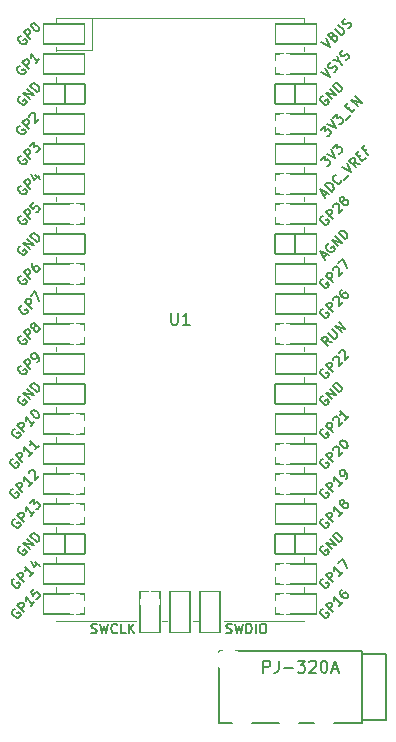
<source format=gbr>
%TF.GenerationSoftware,KiCad,Pcbnew,6.0.6*%
%TF.CreationDate,2022-07-16T22:08:53-05:00*%
%TF.ProjectId,junk,6a756e6b-2e6b-4696-9361-645f70636258,v1.0.0*%
%TF.SameCoordinates,Original*%
%TF.FileFunction,Legend,Top*%
%TF.FilePolarity,Positive*%
%FSLAX46Y46*%
G04 Gerber Fmt 4.6, Leading zero omitted, Abs format (unit mm)*
G04 Created by KiCad (PCBNEW 6.0.6) date 2022-07-16 22:08:53*
%MOMM*%
%LPD*%
G01*
G04 APERTURE LIST*
G04 Aperture macros list*
%AMRoundRect*
0 Rectangle with rounded corners*
0 $1 Rounding radius*
0 $2 $3 $4 $5 $6 $7 $8 $9 X,Y pos of 4 corners*
0 Add a 4 corners polygon primitive as box body*
4,1,4,$2,$3,$4,$5,$6,$7,$8,$9,$2,$3,0*
0 Add four circle primitives for the rounded corners*
1,1,$1+$1,$2,$3*
1,1,$1+$1,$4,$5*
1,1,$1+$1,$6,$7*
1,1,$1+$1,$8,$9*
0 Add four rect primitives between the rounded corners*
20,1,$1+$1,$2,$3,$4,$5,0*
20,1,$1+$1,$4,$5,$6,$7,0*
20,1,$1+$1,$6,$7,$8,$9,0*
20,1,$1+$1,$8,$9,$2,$3,0*%
G04 Aperture macros list end*
%ADD10C,0.150000*%
%ADD11C,0.120000*%
%ADD12C,3.500000*%
%ADD13C,1.800000*%
%ADD14C,2.100000*%
%ADD15O,1.900000X1.900000*%
%ADD16O,1.600000X1.600000*%
%ADD17O,1.800000X1.800000*%
%ADD18RoundRect,0.050000X-1.750000X-0.850000X1.750000X-0.850000X1.750000X0.850000X-1.750000X0.850000X0*%
%ADD19RoundRect,0.050000X-0.850000X-0.850000X0.850000X-0.850000X0.850000X0.850000X-0.850000X0.850000X0*%
%ADD20RoundRect,0.050000X0.850000X-1.750000X0.850000X1.750000X-0.850000X1.750000X-0.850000X-1.750000X0*%
%ADD21C,1.600000*%
%ADD22O,2.300000X1.700000*%
G04 APERTURE END LIST*
D10*
%TO.C,U1*%
X273278095Y-156252380D02*
X273278095Y-157061904D01*
X273325714Y-157157142D01*
X273373333Y-157204761D01*
X273468571Y-157252380D01*
X273659047Y-157252380D01*
X273754285Y-157204761D01*
X273801904Y-157157142D01*
X273849523Y-157061904D01*
X273849523Y-156252380D01*
X274849523Y-157252380D02*
X274278095Y-157252380D01*
X274563809Y-157252380D02*
X274563809Y-156252380D01*
X274468571Y-156395238D01*
X274373333Y-156490476D01*
X274278095Y-156538095D01*
X259883722Y-168620592D02*
X259802910Y-168647529D01*
X259722097Y-168728341D01*
X259668223Y-168836091D01*
X259668223Y-168943841D01*
X259695160Y-169024653D01*
X259775972Y-169159340D01*
X259856784Y-169240152D01*
X259991471Y-169320964D01*
X260072284Y-169347902D01*
X260180033Y-169347902D01*
X260287783Y-169294027D01*
X260341658Y-169240152D01*
X260395532Y-169132402D01*
X260395532Y-169078528D01*
X260206971Y-168889966D01*
X260099221Y-168997715D01*
X260691844Y-168889966D02*
X260126158Y-168324280D01*
X260341658Y-168108781D01*
X260422470Y-168081844D01*
X260476345Y-168081844D01*
X260557157Y-168108781D01*
X260637969Y-168189593D01*
X260664906Y-168270406D01*
X260664906Y-168324280D01*
X260637969Y-168405093D01*
X260422470Y-168620592D01*
X261553841Y-168027969D02*
X261230592Y-168351218D01*
X261392216Y-168189593D02*
X260826531Y-167623908D01*
X260853468Y-167758595D01*
X260853468Y-167866345D01*
X260826531Y-167947157D01*
X262092589Y-167489221D02*
X261769340Y-167812470D01*
X261930964Y-167650845D02*
X261365279Y-167085160D01*
X261392216Y-167219847D01*
X261392216Y-167327597D01*
X261365279Y-167408409D01*
X286191597Y-151540964D02*
X286460971Y-151271590D01*
X286299346Y-151756463D02*
X285922223Y-151002216D01*
X286676470Y-151379340D01*
X286622595Y-150355719D02*
X286541783Y-150382656D01*
X286460971Y-150463468D01*
X286407096Y-150571218D01*
X286407096Y-150678967D01*
X286434033Y-150759780D01*
X286514845Y-150894467D01*
X286595658Y-150975279D01*
X286730345Y-151056091D01*
X286811157Y-151083028D01*
X286918906Y-151083028D01*
X287026656Y-151029154D01*
X287080531Y-150975279D01*
X287134406Y-150867529D01*
X287134406Y-150813654D01*
X286945844Y-150625093D01*
X286838094Y-150732842D01*
X287430717Y-150625093D02*
X286865032Y-150059407D01*
X287753966Y-150301844D01*
X287188280Y-149736158D01*
X288023340Y-150032470D02*
X287457654Y-149466784D01*
X287592341Y-149332097D01*
X287700091Y-149278223D01*
X287807841Y-149278223D01*
X287888653Y-149305160D01*
X288023340Y-149385972D01*
X288104152Y-149466784D01*
X288184964Y-149601471D01*
X288211902Y-149682284D01*
X288211902Y-149790033D01*
X288158027Y-149897783D01*
X288023340Y-150032470D01*
X286126158Y-175998155D02*
X286045346Y-176025093D01*
X285964534Y-176105905D01*
X285910659Y-176213654D01*
X285910659Y-176321404D01*
X285937597Y-176402216D01*
X286018409Y-176536903D01*
X286099221Y-176617715D01*
X286233908Y-176698528D01*
X286314720Y-176725465D01*
X286422470Y-176725465D01*
X286530219Y-176671590D01*
X286584094Y-176617715D01*
X286637969Y-176509966D01*
X286637969Y-176456091D01*
X286449407Y-176267529D01*
X286341658Y-176375279D01*
X286934280Y-176267529D02*
X286368595Y-175701844D01*
X287257529Y-175944280D01*
X286691844Y-175378595D01*
X287526903Y-175674906D02*
X286961218Y-175109221D01*
X287095905Y-174974534D01*
X287203654Y-174920659D01*
X287311404Y-174920659D01*
X287392216Y-174947597D01*
X287526903Y-175028409D01*
X287607715Y-175109221D01*
X287688528Y-175243908D01*
X287715465Y-175324720D01*
X287715465Y-175432470D01*
X287661590Y-175540219D01*
X287526903Y-175674906D01*
X285993129Y-133327309D02*
X286747377Y-133704433D01*
X286370253Y-132950186D01*
X287016751Y-132842436D02*
X287124500Y-132788561D01*
X287178375Y-132788561D01*
X287259187Y-132815499D01*
X287340000Y-132896311D01*
X287366937Y-132977123D01*
X287366937Y-133030998D01*
X287340000Y-133111810D01*
X287124500Y-133327309D01*
X286558815Y-132761624D01*
X286747377Y-132573062D01*
X286828189Y-132546125D01*
X286882064Y-132546125D01*
X286962876Y-132573062D01*
X287016751Y-132626937D01*
X287043688Y-132707749D01*
X287043688Y-132761624D01*
X287016751Y-132842436D01*
X286828189Y-133030998D01*
X287124500Y-132195938D02*
X287582436Y-132653874D01*
X287663248Y-132680812D01*
X287717123Y-132680812D01*
X287797935Y-132653874D01*
X287905685Y-132546125D01*
X287932622Y-132465312D01*
X287932622Y-132411438D01*
X287905685Y-132330625D01*
X287447749Y-131872690D01*
X288228934Y-132169001D02*
X288336683Y-132115126D01*
X288471370Y-131980439D01*
X288498308Y-131899627D01*
X288498308Y-131845752D01*
X288471370Y-131764940D01*
X288417496Y-131711065D01*
X288336683Y-131684128D01*
X288282809Y-131684128D01*
X288201996Y-131711065D01*
X288067309Y-131791877D01*
X287986497Y-131818815D01*
X287932622Y-131818815D01*
X287851810Y-131791877D01*
X287797935Y-131738003D01*
X287770998Y-131657190D01*
X287770998Y-131603316D01*
X287797935Y-131522503D01*
X287932622Y-131387816D01*
X288040372Y-131333942D01*
X286126158Y-137898155D02*
X286045346Y-137925093D01*
X285964534Y-138005905D01*
X285910659Y-138113654D01*
X285910659Y-138221404D01*
X285937597Y-138302216D01*
X286018409Y-138436903D01*
X286099221Y-138517715D01*
X286233908Y-138598528D01*
X286314720Y-138625465D01*
X286422470Y-138625465D01*
X286530219Y-138571590D01*
X286584094Y-138517715D01*
X286637969Y-138409966D01*
X286637969Y-138356091D01*
X286449407Y-138167529D01*
X286341658Y-138275279D01*
X286934280Y-138167529D02*
X286368595Y-137601844D01*
X287257529Y-137844280D01*
X286691844Y-137278595D01*
X287526903Y-137574906D02*
X286961218Y-137009221D01*
X287095905Y-136874534D01*
X287203654Y-136820659D01*
X287311404Y-136820659D01*
X287392216Y-136847597D01*
X287526903Y-136928409D01*
X287607715Y-137009221D01*
X287688528Y-137143908D01*
X287715465Y-137224720D01*
X287715465Y-137332470D01*
X287661590Y-137440219D01*
X287526903Y-137574906D01*
X260029722Y-173700592D02*
X259948910Y-173727529D01*
X259868097Y-173808341D01*
X259814223Y-173916091D01*
X259814223Y-174023841D01*
X259841160Y-174104653D01*
X259921972Y-174239340D01*
X260002784Y-174320152D01*
X260137471Y-174400964D01*
X260218284Y-174427902D01*
X260326033Y-174427902D01*
X260433783Y-174374027D01*
X260487658Y-174320152D01*
X260541532Y-174212402D01*
X260541532Y-174158528D01*
X260352971Y-173969966D01*
X260245221Y-174077715D01*
X260837844Y-173969966D02*
X260272158Y-173404280D01*
X260487658Y-173188781D01*
X260568470Y-173161844D01*
X260622345Y-173161844D01*
X260703157Y-173188781D01*
X260783969Y-173269593D01*
X260810906Y-173350406D01*
X260810906Y-173404280D01*
X260783969Y-173485093D01*
X260568470Y-173700592D01*
X261699841Y-173107969D02*
X261376592Y-173431218D01*
X261538216Y-173269593D02*
X260972531Y-172703908D01*
X260999468Y-172838595D01*
X260999468Y-172946345D01*
X260972531Y-173027157D01*
X261322717Y-172353722D02*
X261672903Y-172003536D01*
X261699841Y-172407597D01*
X261780653Y-172326784D01*
X261861465Y-172299847D01*
X261915340Y-172299847D01*
X261996152Y-172326784D01*
X262130839Y-172461471D01*
X262157776Y-172542284D01*
X262157776Y-172596158D01*
X262130839Y-172676971D01*
X261969215Y-172838595D01*
X261888402Y-172865532D01*
X261834528Y-172865532D01*
X286194788Y-146333773D02*
X286464162Y-146064399D01*
X286302537Y-146549272D02*
X285925414Y-145795025D01*
X286679661Y-146172149D01*
X286868223Y-145983587D02*
X286302537Y-145417902D01*
X286437224Y-145283215D01*
X286544974Y-145229340D01*
X286652723Y-145229340D01*
X286733536Y-145256277D01*
X286868223Y-145337089D01*
X286949035Y-145417902D01*
X287029847Y-145552589D01*
X287056784Y-145633401D01*
X287056784Y-145741150D01*
X287002910Y-145848900D01*
X286868223Y-145983587D01*
X287703282Y-145040778D02*
X287703282Y-145094653D01*
X287649407Y-145202402D01*
X287595532Y-145256277D01*
X287487783Y-145310152D01*
X287380033Y-145310152D01*
X287299221Y-145283215D01*
X287164534Y-145202402D01*
X287083722Y-145121590D01*
X287002910Y-144986903D01*
X286975972Y-144906091D01*
X286975972Y-144798341D01*
X287029847Y-144690592D01*
X287083722Y-144636717D01*
X287191471Y-144582842D01*
X287245346Y-144582842D01*
X287918781Y-145040778D02*
X288349780Y-144609780D01*
X287784094Y-143936345D02*
X288538341Y-144313468D01*
X288161218Y-143559221D01*
X289238714Y-143613096D02*
X288780778Y-143532284D01*
X288915465Y-143936345D02*
X288349780Y-143370659D01*
X288565279Y-143155160D01*
X288646091Y-143128223D01*
X288699966Y-143128223D01*
X288780778Y-143155160D01*
X288861590Y-143235972D01*
X288888528Y-143316784D01*
X288888528Y-143370659D01*
X288861590Y-143451471D01*
X288646091Y-143666971D01*
X289184839Y-143074348D02*
X289373401Y-142885786D01*
X289750524Y-143101285D02*
X289481150Y-143370659D01*
X288915465Y-142804974D01*
X289184839Y-142535600D01*
X289885211Y-142373975D02*
X289696650Y-142562537D01*
X289992961Y-142858849D02*
X289427276Y-142293163D01*
X289696650Y-142023789D01*
X260553096Y-145491218D02*
X260472284Y-145518155D01*
X260391471Y-145598967D01*
X260337597Y-145706717D01*
X260337597Y-145814467D01*
X260364534Y-145895279D01*
X260445346Y-146029966D01*
X260526158Y-146110778D01*
X260660845Y-146191590D01*
X260741658Y-146218528D01*
X260849407Y-146218528D01*
X260957157Y-146164653D01*
X261011032Y-146110778D01*
X261064906Y-146003028D01*
X261064906Y-145949154D01*
X260876345Y-145760592D01*
X260768595Y-145868341D01*
X261361218Y-145760592D02*
X260795532Y-145194906D01*
X261011032Y-144979407D01*
X261091844Y-144952470D01*
X261145719Y-144952470D01*
X261226531Y-144979407D01*
X261307343Y-145060219D01*
X261334280Y-145141032D01*
X261334280Y-145194906D01*
X261307343Y-145275719D01*
X261091844Y-145491218D01*
X261792216Y-144575346D02*
X262169340Y-144952470D01*
X261442030Y-144494534D02*
X261711404Y-145033282D01*
X262061590Y-144683096D01*
X260653096Y-155621218D02*
X260572284Y-155648155D01*
X260491471Y-155728967D01*
X260437597Y-155836717D01*
X260437597Y-155944467D01*
X260464534Y-156025279D01*
X260545346Y-156159966D01*
X260626158Y-156240778D01*
X260760845Y-156321590D01*
X260841658Y-156348528D01*
X260949407Y-156348528D01*
X261057157Y-156294653D01*
X261111032Y-156240778D01*
X261164906Y-156133028D01*
X261164906Y-156079154D01*
X260976345Y-155890592D01*
X260868595Y-155998341D01*
X261461218Y-155890592D02*
X260895532Y-155324906D01*
X261111032Y-155109407D01*
X261191844Y-155082470D01*
X261245719Y-155082470D01*
X261326531Y-155109407D01*
X261407343Y-155190219D01*
X261434280Y-155271032D01*
X261434280Y-155324906D01*
X261407343Y-155405719D01*
X261191844Y-155621218D01*
X261407343Y-154813096D02*
X261784467Y-154435972D01*
X262107715Y-155244094D01*
X260029722Y-181320592D02*
X259948910Y-181347529D01*
X259868097Y-181428341D01*
X259814223Y-181536091D01*
X259814223Y-181643841D01*
X259841160Y-181724653D01*
X259921972Y-181859340D01*
X260002784Y-181940152D01*
X260137471Y-182020964D01*
X260218284Y-182047902D01*
X260326033Y-182047902D01*
X260433783Y-181994027D01*
X260487658Y-181940152D01*
X260541532Y-181832402D01*
X260541532Y-181778528D01*
X260352971Y-181589966D01*
X260245221Y-181697715D01*
X260837844Y-181589966D02*
X260272158Y-181024280D01*
X260487658Y-180808781D01*
X260568470Y-180781844D01*
X260622345Y-180781844D01*
X260703157Y-180808781D01*
X260783969Y-180889593D01*
X260810906Y-180970406D01*
X260810906Y-181024280D01*
X260783969Y-181105093D01*
X260568470Y-181320592D01*
X261699841Y-180727969D02*
X261376592Y-181051218D01*
X261538216Y-180889593D02*
X260972531Y-180323908D01*
X260999468Y-180458595D01*
X260999468Y-180566345D01*
X260972531Y-180647157D01*
X261645966Y-179650473D02*
X261376592Y-179919847D01*
X261619028Y-180216158D01*
X261619028Y-180162284D01*
X261645966Y-180081471D01*
X261780653Y-179946784D01*
X261861465Y-179919847D01*
X261915340Y-179919847D01*
X261996152Y-179946784D01*
X262130839Y-180081471D01*
X262157776Y-180162284D01*
X262157776Y-180216158D01*
X262130839Y-180296971D01*
X261996152Y-180431658D01*
X261915340Y-180458595D01*
X261861465Y-180458595D01*
X286137722Y-178780592D02*
X286056910Y-178807529D01*
X285976097Y-178888341D01*
X285922223Y-178996091D01*
X285922223Y-179103841D01*
X285949160Y-179184653D01*
X286029972Y-179319340D01*
X286110784Y-179400152D01*
X286245471Y-179480964D01*
X286326284Y-179507902D01*
X286434033Y-179507902D01*
X286541783Y-179454027D01*
X286595658Y-179400152D01*
X286649532Y-179292402D01*
X286649532Y-179238528D01*
X286460971Y-179049966D01*
X286353221Y-179157715D01*
X286945844Y-179049966D02*
X286380158Y-178484280D01*
X286595658Y-178268781D01*
X286676470Y-178241844D01*
X286730345Y-178241844D01*
X286811157Y-178268781D01*
X286891969Y-178349593D01*
X286918906Y-178430406D01*
X286918906Y-178484280D01*
X286891969Y-178565093D01*
X286676470Y-178780592D01*
X287807841Y-178187969D02*
X287484592Y-178511218D01*
X287646216Y-178349593D02*
X287080531Y-177783908D01*
X287107468Y-177918595D01*
X287107468Y-178026345D01*
X287080531Y-178107157D01*
X287430717Y-177433722D02*
X287807841Y-177056598D01*
X288131089Y-177864720D01*
X286137722Y-155920592D02*
X286056910Y-155947529D01*
X285976097Y-156028341D01*
X285922223Y-156136091D01*
X285922223Y-156243841D01*
X285949160Y-156324653D01*
X286029972Y-156459340D01*
X286110784Y-156540152D01*
X286245471Y-156620964D01*
X286326284Y-156647902D01*
X286434033Y-156647902D01*
X286541783Y-156594027D01*
X286595658Y-156540152D01*
X286649532Y-156432402D01*
X286649532Y-156378528D01*
X286460971Y-156189966D01*
X286353221Y-156297715D01*
X286945844Y-156189966D02*
X286380158Y-155624280D01*
X286595658Y-155408781D01*
X286676470Y-155381844D01*
X286730345Y-155381844D01*
X286811157Y-155408781D01*
X286891969Y-155489593D01*
X286918906Y-155570406D01*
X286918906Y-155624280D01*
X286891969Y-155705093D01*
X286676470Y-155920592D01*
X286972781Y-155139407D02*
X286972781Y-155085532D01*
X286999719Y-155004720D01*
X287134406Y-154870033D01*
X287215218Y-154843096D01*
X287269093Y-154843096D01*
X287349905Y-154870033D01*
X287403780Y-154923908D01*
X287457654Y-155031658D01*
X287457654Y-155678155D01*
X287807841Y-155327969D01*
X287727028Y-154277410D02*
X287619279Y-154385160D01*
X287592341Y-154465972D01*
X287592341Y-154519847D01*
X287619279Y-154654534D01*
X287700091Y-154789221D01*
X287915590Y-155004720D01*
X287996402Y-155031658D01*
X288050277Y-155031658D01*
X288131089Y-155004720D01*
X288238839Y-154896971D01*
X288265776Y-154816158D01*
X288265776Y-154762284D01*
X288238839Y-154681471D01*
X288104152Y-154546784D01*
X288023340Y-154519847D01*
X287969465Y-154519847D01*
X287888653Y-154546784D01*
X287780903Y-154654534D01*
X287753966Y-154735346D01*
X287753966Y-154789221D01*
X287780903Y-154870033D01*
X266530476Y-183323809D02*
X266644761Y-183361904D01*
X266835238Y-183361904D01*
X266911428Y-183323809D01*
X266949523Y-183285714D01*
X266987619Y-183209523D01*
X266987619Y-183133333D01*
X266949523Y-183057142D01*
X266911428Y-183019047D01*
X266835238Y-182980952D01*
X266682857Y-182942857D01*
X266606666Y-182904761D01*
X266568571Y-182866666D01*
X266530476Y-182790476D01*
X266530476Y-182714285D01*
X266568571Y-182638095D01*
X266606666Y-182600000D01*
X266682857Y-182561904D01*
X266873333Y-182561904D01*
X266987619Y-182600000D01*
X267254285Y-182561904D02*
X267444761Y-183361904D01*
X267597142Y-182790476D01*
X267749523Y-183361904D01*
X267940000Y-182561904D01*
X268701904Y-183285714D02*
X268663809Y-183323809D01*
X268549523Y-183361904D01*
X268473333Y-183361904D01*
X268359047Y-183323809D01*
X268282857Y-183247619D01*
X268244761Y-183171428D01*
X268206666Y-183019047D01*
X268206666Y-182904761D01*
X268244761Y-182752380D01*
X268282857Y-182676190D01*
X268359047Y-182600000D01*
X268473333Y-182561904D01*
X268549523Y-182561904D01*
X268663809Y-182600000D01*
X268701904Y-182638095D01*
X269425714Y-183361904D02*
X269044761Y-183361904D01*
X269044761Y-182561904D01*
X269692380Y-183361904D02*
X269692380Y-182561904D01*
X270149523Y-183361904D02*
X269806666Y-182904761D01*
X270149523Y-182561904D02*
X269692380Y-183019047D01*
X285962131Y-140758308D02*
X286312317Y-140408122D01*
X286339255Y-140812183D01*
X286420067Y-140731370D01*
X286500879Y-140704433D01*
X286554754Y-140704433D01*
X286635566Y-140731370D01*
X286770253Y-140866057D01*
X286797190Y-140946870D01*
X286797190Y-141000744D01*
X286770253Y-141081557D01*
X286608629Y-141243181D01*
X286527816Y-141270118D01*
X286473942Y-141270118D01*
X286473942Y-140246497D02*
X287228189Y-140623621D01*
X286851065Y-139869374D01*
X286985752Y-139734687D02*
X287335938Y-139384500D01*
X287362876Y-139788561D01*
X287443688Y-139707749D01*
X287524500Y-139680812D01*
X287578375Y-139680812D01*
X287659187Y-139707749D01*
X287793874Y-139842436D01*
X287820812Y-139923248D01*
X287820812Y-139977123D01*
X287793874Y-140057935D01*
X287632250Y-140219560D01*
X287551438Y-140246497D01*
X287497563Y-140246497D01*
X288063248Y-139896311D02*
X288494247Y-139465312D01*
X288278748Y-138980439D02*
X288467309Y-138791877D01*
X288844433Y-139007377D02*
X288575059Y-139276751D01*
X288009374Y-138711065D01*
X288278748Y-138441691D01*
X289086870Y-138764940D02*
X288521184Y-138199255D01*
X289410118Y-138441691D01*
X288844433Y-137876006D01*
X285929847Y-143290592D02*
X286280033Y-142940406D01*
X286306971Y-143344467D01*
X286387783Y-143263654D01*
X286468595Y-143236717D01*
X286522470Y-143236717D01*
X286603282Y-143263654D01*
X286737969Y-143398341D01*
X286764906Y-143479154D01*
X286764906Y-143533028D01*
X286737969Y-143613841D01*
X286576345Y-143775465D01*
X286495532Y-143802402D01*
X286441658Y-143802402D01*
X286441658Y-142778781D02*
X287195905Y-143155905D01*
X286818781Y-142401658D01*
X286953468Y-142266971D02*
X287303654Y-141916784D01*
X287330592Y-142320845D01*
X287411404Y-142240033D01*
X287492216Y-142213096D01*
X287546091Y-142213096D01*
X287626903Y-142240033D01*
X287761590Y-142374720D01*
X287788528Y-142455532D01*
X287788528Y-142509407D01*
X287761590Y-142590219D01*
X287599966Y-142751844D01*
X287519154Y-142778781D01*
X287465279Y-142778781D01*
X260553096Y-158191218D02*
X260472284Y-158218155D01*
X260391471Y-158298967D01*
X260337597Y-158406717D01*
X260337597Y-158514467D01*
X260364534Y-158595279D01*
X260445346Y-158729966D01*
X260526158Y-158810778D01*
X260660845Y-158891590D01*
X260741658Y-158918528D01*
X260849407Y-158918528D01*
X260957157Y-158864653D01*
X261011032Y-158810778D01*
X261064906Y-158703028D01*
X261064906Y-158649154D01*
X260876345Y-158460592D01*
X260768595Y-158568341D01*
X261361218Y-158460592D02*
X260795532Y-157894906D01*
X261011032Y-157679407D01*
X261091844Y-157652470D01*
X261145719Y-157652470D01*
X261226531Y-157679407D01*
X261307343Y-157760219D01*
X261334280Y-157841032D01*
X261334280Y-157894906D01*
X261307343Y-157975719D01*
X261091844Y-158191218D01*
X261684467Y-157490845D02*
X261603654Y-157517783D01*
X261549780Y-157517783D01*
X261468967Y-157490845D01*
X261442030Y-157463908D01*
X261415093Y-157383096D01*
X261415093Y-157329221D01*
X261442030Y-157248409D01*
X261549780Y-157140659D01*
X261630592Y-157113722D01*
X261684467Y-157113722D01*
X261765279Y-157140659D01*
X261792216Y-157167597D01*
X261819154Y-157248409D01*
X261819154Y-157302284D01*
X261792216Y-157383096D01*
X261684467Y-157490845D01*
X261657529Y-157571658D01*
X261657529Y-157625532D01*
X261684467Y-157706345D01*
X261792216Y-157814094D01*
X261873028Y-157841032D01*
X261926903Y-157841032D01*
X262007715Y-157814094D01*
X262115465Y-157706345D01*
X262142402Y-157625532D01*
X262142402Y-157571658D01*
X262115465Y-157490845D01*
X262007715Y-157383096D01*
X261926903Y-157356158D01*
X261873028Y-157356158D01*
X261792216Y-157383096D01*
X286137722Y-181320592D02*
X286056910Y-181347529D01*
X285976097Y-181428341D01*
X285922223Y-181536091D01*
X285922223Y-181643841D01*
X285949160Y-181724653D01*
X286029972Y-181859340D01*
X286110784Y-181940152D01*
X286245471Y-182020964D01*
X286326284Y-182047902D01*
X286434033Y-182047902D01*
X286541783Y-181994027D01*
X286595658Y-181940152D01*
X286649532Y-181832402D01*
X286649532Y-181778528D01*
X286460971Y-181589966D01*
X286353221Y-181697715D01*
X286945844Y-181589966D02*
X286380158Y-181024280D01*
X286595658Y-180808781D01*
X286676470Y-180781844D01*
X286730345Y-180781844D01*
X286811157Y-180808781D01*
X286891969Y-180889593D01*
X286918906Y-180970406D01*
X286918906Y-181024280D01*
X286891969Y-181105093D01*
X286676470Y-181320592D01*
X287807841Y-180727969D02*
X287484592Y-181051218D01*
X287646216Y-180889593D02*
X287080531Y-180323908D01*
X287107468Y-180458595D01*
X287107468Y-180566345D01*
X287080531Y-180647157D01*
X287727028Y-179677410D02*
X287619279Y-179785160D01*
X287592341Y-179865972D01*
X287592341Y-179919847D01*
X287619279Y-180054534D01*
X287700091Y-180189221D01*
X287915590Y-180404720D01*
X287996402Y-180431658D01*
X288050277Y-180431658D01*
X288131089Y-180404720D01*
X288238839Y-180296971D01*
X288265776Y-180216158D01*
X288265776Y-180162284D01*
X288238839Y-180081471D01*
X288104152Y-179946784D01*
X288023340Y-179919847D01*
X287969465Y-179919847D01*
X287888653Y-179946784D01*
X287780903Y-180054534D01*
X287753966Y-180135346D01*
X287753966Y-180189221D01*
X287780903Y-180270033D01*
X286126158Y-163298155D02*
X286045346Y-163325093D01*
X285964534Y-163405905D01*
X285910659Y-163513654D01*
X285910659Y-163621404D01*
X285937597Y-163702216D01*
X286018409Y-163836903D01*
X286099221Y-163917715D01*
X286233908Y-163998528D01*
X286314720Y-164025465D01*
X286422470Y-164025465D01*
X286530219Y-163971590D01*
X286584094Y-163917715D01*
X286637969Y-163809966D01*
X286637969Y-163756091D01*
X286449407Y-163567529D01*
X286341658Y-163675279D01*
X286934280Y-163567529D02*
X286368595Y-163001844D01*
X287257529Y-163244280D01*
X286691844Y-162678595D01*
X287526903Y-162974906D02*
X286961218Y-162409221D01*
X287095905Y-162274534D01*
X287203654Y-162220659D01*
X287311404Y-162220659D01*
X287392216Y-162247597D01*
X287526903Y-162328409D01*
X287607715Y-162409221D01*
X287688528Y-162543908D01*
X287715465Y-162624720D01*
X287715465Y-162732470D01*
X287661590Y-162840219D01*
X287526903Y-162974906D01*
X260526158Y-150598155D02*
X260445346Y-150625093D01*
X260364534Y-150705905D01*
X260310659Y-150813654D01*
X260310659Y-150921404D01*
X260337597Y-151002216D01*
X260418409Y-151136903D01*
X260499221Y-151217715D01*
X260633908Y-151298528D01*
X260714720Y-151325465D01*
X260822470Y-151325465D01*
X260930219Y-151271590D01*
X260984094Y-151217715D01*
X261037969Y-151109966D01*
X261037969Y-151056091D01*
X260849407Y-150867529D01*
X260741658Y-150975279D01*
X261334280Y-150867529D02*
X260768595Y-150301844D01*
X261657529Y-150544280D01*
X261091844Y-149978595D01*
X261926903Y-150274906D02*
X261361218Y-149709221D01*
X261495905Y-149574534D01*
X261603654Y-149520659D01*
X261711404Y-149520659D01*
X261792216Y-149547597D01*
X261926903Y-149628409D01*
X262007715Y-149709221D01*
X262088528Y-149843908D01*
X262115465Y-149924720D01*
X262115465Y-150032470D01*
X262061590Y-150140219D01*
X261926903Y-150274906D01*
X286137722Y-148046592D02*
X286056910Y-148073529D01*
X285976097Y-148154341D01*
X285922223Y-148262091D01*
X285922223Y-148369841D01*
X285949160Y-148450653D01*
X286029972Y-148585340D01*
X286110784Y-148666152D01*
X286245471Y-148746964D01*
X286326284Y-148773902D01*
X286434033Y-148773902D01*
X286541783Y-148720027D01*
X286595658Y-148666152D01*
X286649532Y-148558402D01*
X286649532Y-148504528D01*
X286460971Y-148315966D01*
X286353221Y-148423715D01*
X286945844Y-148315966D02*
X286380158Y-147750280D01*
X286595658Y-147534781D01*
X286676470Y-147507844D01*
X286730345Y-147507844D01*
X286811157Y-147534781D01*
X286891969Y-147615593D01*
X286918906Y-147696406D01*
X286918906Y-147750280D01*
X286891969Y-147831093D01*
X286676470Y-148046592D01*
X286972781Y-147265407D02*
X286972781Y-147211532D01*
X286999719Y-147130720D01*
X287134406Y-146996033D01*
X287215218Y-146969096D01*
X287269093Y-146969096D01*
X287349905Y-146996033D01*
X287403780Y-147049908D01*
X287457654Y-147157658D01*
X287457654Y-147804155D01*
X287807841Y-147453969D01*
X287807841Y-146807471D02*
X287727028Y-146834409D01*
X287673154Y-146834409D01*
X287592341Y-146807471D01*
X287565404Y-146780534D01*
X287538467Y-146699722D01*
X287538467Y-146645847D01*
X287565404Y-146565035D01*
X287673154Y-146457285D01*
X287753966Y-146430348D01*
X287807841Y-146430348D01*
X287888653Y-146457285D01*
X287915590Y-146484223D01*
X287942528Y-146565035D01*
X287942528Y-146618910D01*
X287915590Y-146699722D01*
X287807841Y-146807471D01*
X287780903Y-146888284D01*
X287780903Y-146942158D01*
X287807841Y-147022971D01*
X287915590Y-147130720D01*
X287996402Y-147157658D01*
X288050277Y-147157658D01*
X288131089Y-147130720D01*
X288238839Y-147022971D01*
X288265776Y-146942158D01*
X288265776Y-146888284D01*
X288238839Y-146807471D01*
X288131089Y-146699722D01*
X288050277Y-146672784D01*
X287996402Y-146672784D01*
X287915590Y-146699722D01*
X260553096Y-160731218D02*
X260472284Y-160758155D01*
X260391471Y-160838967D01*
X260337597Y-160946717D01*
X260337597Y-161054467D01*
X260364534Y-161135279D01*
X260445346Y-161269966D01*
X260526158Y-161350778D01*
X260660845Y-161431590D01*
X260741658Y-161458528D01*
X260849407Y-161458528D01*
X260957157Y-161404653D01*
X261011032Y-161350778D01*
X261064906Y-161243028D01*
X261064906Y-161189154D01*
X260876345Y-161000592D01*
X260768595Y-161108341D01*
X261361218Y-161000592D02*
X260795532Y-160434906D01*
X261011032Y-160219407D01*
X261091844Y-160192470D01*
X261145719Y-160192470D01*
X261226531Y-160219407D01*
X261307343Y-160300219D01*
X261334280Y-160381032D01*
X261334280Y-160434906D01*
X261307343Y-160515719D01*
X261091844Y-160731218D01*
X261953841Y-160407969D02*
X262061590Y-160300219D01*
X262088528Y-160219407D01*
X262088528Y-160165532D01*
X262061590Y-160030845D01*
X261980778Y-159896158D01*
X261765279Y-159680659D01*
X261684467Y-159653722D01*
X261630592Y-159653722D01*
X261549780Y-159680659D01*
X261442030Y-159788409D01*
X261415093Y-159869221D01*
X261415093Y-159923096D01*
X261442030Y-160003908D01*
X261576717Y-160138595D01*
X261657529Y-160165532D01*
X261711404Y-160165532D01*
X261792216Y-160138595D01*
X261899966Y-160030845D01*
X261926903Y-159950033D01*
X261926903Y-159896158D01*
X261899966Y-159815346D01*
X277944761Y-183323809D02*
X278059047Y-183361904D01*
X278249523Y-183361904D01*
X278325714Y-183323809D01*
X278363809Y-183285714D01*
X278401904Y-183209523D01*
X278401904Y-183133333D01*
X278363809Y-183057142D01*
X278325714Y-183019047D01*
X278249523Y-182980952D01*
X278097142Y-182942857D01*
X278020952Y-182904761D01*
X277982857Y-182866666D01*
X277944761Y-182790476D01*
X277944761Y-182714285D01*
X277982857Y-182638095D01*
X278020952Y-182600000D01*
X278097142Y-182561904D01*
X278287619Y-182561904D01*
X278401904Y-182600000D01*
X278668571Y-182561904D02*
X278859047Y-183361904D01*
X279011428Y-182790476D01*
X279163809Y-183361904D01*
X279354285Y-182561904D01*
X279659047Y-183361904D02*
X279659047Y-182561904D01*
X279849523Y-182561904D01*
X279963809Y-182600000D01*
X280040000Y-182676190D01*
X280078095Y-182752380D01*
X280116190Y-182904761D01*
X280116190Y-183019047D01*
X280078095Y-183171428D01*
X280040000Y-183247619D01*
X279963809Y-183323809D01*
X279849523Y-183361904D01*
X279659047Y-183361904D01*
X280459047Y-183361904D02*
X280459047Y-182561904D01*
X280992380Y-182561904D02*
X281144761Y-182561904D01*
X281220952Y-182600000D01*
X281297142Y-182676190D01*
X281335238Y-182828571D01*
X281335238Y-183095238D01*
X281297142Y-183247619D01*
X281220952Y-183323809D01*
X281144761Y-183361904D01*
X280992380Y-183361904D01*
X280916190Y-183323809D01*
X280840000Y-183247619D01*
X280801904Y-183095238D01*
X280801904Y-182828571D01*
X280840000Y-182676190D01*
X280916190Y-182600000D01*
X280992380Y-182561904D01*
X260553096Y-148031218D02*
X260472284Y-148058155D01*
X260391471Y-148138967D01*
X260337597Y-148246717D01*
X260337597Y-148354467D01*
X260364534Y-148435279D01*
X260445346Y-148569966D01*
X260526158Y-148650778D01*
X260660845Y-148731590D01*
X260741658Y-148758528D01*
X260849407Y-148758528D01*
X260957157Y-148704653D01*
X261011032Y-148650778D01*
X261064906Y-148543028D01*
X261064906Y-148489154D01*
X260876345Y-148300592D01*
X260768595Y-148408341D01*
X261361218Y-148300592D02*
X260795532Y-147734906D01*
X261011032Y-147519407D01*
X261091844Y-147492470D01*
X261145719Y-147492470D01*
X261226531Y-147519407D01*
X261307343Y-147600219D01*
X261334280Y-147681032D01*
X261334280Y-147734906D01*
X261307343Y-147815719D01*
X261091844Y-148031218D01*
X261630592Y-146899847D02*
X261361218Y-147169221D01*
X261603654Y-147465532D01*
X261603654Y-147411658D01*
X261630592Y-147330845D01*
X261765279Y-147196158D01*
X261846091Y-147169221D01*
X261899966Y-147169221D01*
X261980778Y-147196158D01*
X262115465Y-147330845D01*
X262142402Y-147411658D01*
X262142402Y-147465532D01*
X262115465Y-147546345D01*
X261980778Y-147681032D01*
X261899966Y-147707969D01*
X261846091Y-147707969D01*
X260553096Y-132791218D02*
X260472284Y-132818155D01*
X260391471Y-132898967D01*
X260337597Y-133006717D01*
X260337597Y-133114467D01*
X260364534Y-133195279D01*
X260445346Y-133329966D01*
X260526158Y-133410778D01*
X260660845Y-133491590D01*
X260741658Y-133518528D01*
X260849407Y-133518528D01*
X260957157Y-133464653D01*
X261011032Y-133410778D01*
X261064906Y-133303028D01*
X261064906Y-133249154D01*
X260876345Y-133060592D01*
X260768595Y-133168341D01*
X261361218Y-133060592D02*
X260795532Y-132494906D01*
X261011032Y-132279407D01*
X261091844Y-132252470D01*
X261145719Y-132252470D01*
X261226531Y-132279407D01*
X261307343Y-132360219D01*
X261334280Y-132441032D01*
X261334280Y-132494906D01*
X261307343Y-132575719D01*
X261091844Y-132791218D01*
X261468967Y-131821471D02*
X261522842Y-131767597D01*
X261603654Y-131740659D01*
X261657529Y-131740659D01*
X261738341Y-131767597D01*
X261873028Y-131848409D01*
X262007715Y-131983096D01*
X262088528Y-132117783D01*
X262115465Y-132198595D01*
X262115465Y-132252470D01*
X262088528Y-132333282D01*
X262034653Y-132387157D01*
X261953841Y-132414094D01*
X261899966Y-132414094D01*
X261819154Y-132387157D01*
X261684467Y-132306345D01*
X261549780Y-132171658D01*
X261468967Y-132036971D01*
X261442030Y-131956158D01*
X261442030Y-131902284D01*
X261468967Y-131821471D01*
X260553096Y-142951218D02*
X260472284Y-142978155D01*
X260391471Y-143058967D01*
X260337597Y-143166717D01*
X260337597Y-143274467D01*
X260364534Y-143355279D01*
X260445346Y-143489966D01*
X260526158Y-143570778D01*
X260660845Y-143651590D01*
X260741658Y-143678528D01*
X260849407Y-143678528D01*
X260957157Y-143624653D01*
X261011032Y-143570778D01*
X261064906Y-143463028D01*
X261064906Y-143409154D01*
X260876345Y-143220592D01*
X260768595Y-143328341D01*
X261361218Y-143220592D02*
X260795532Y-142654906D01*
X261011032Y-142439407D01*
X261091844Y-142412470D01*
X261145719Y-142412470D01*
X261226531Y-142439407D01*
X261307343Y-142520219D01*
X261334280Y-142601032D01*
X261334280Y-142654906D01*
X261307343Y-142735719D01*
X261091844Y-142951218D01*
X261307343Y-142143096D02*
X261657529Y-141792910D01*
X261684467Y-142196971D01*
X261765279Y-142116158D01*
X261846091Y-142089221D01*
X261899966Y-142089221D01*
X261980778Y-142116158D01*
X262115465Y-142250845D01*
X262142402Y-142331658D01*
X262142402Y-142385532D01*
X262115465Y-142466345D01*
X261953841Y-142627969D01*
X261873028Y-142654906D01*
X261819154Y-142654906D01*
X260526158Y-175998155D02*
X260445346Y-176025093D01*
X260364534Y-176105905D01*
X260310659Y-176213654D01*
X260310659Y-176321404D01*
X260337597Y-176402216D01*
X260418409Y-176536903D01*
X260499221Y-176617715D01*
X260633908Y-176698528D01*
X260714720Y-176725465D01*
X260822470Y-176725465D01*
X260930219Y-176671590D01*
X260984094Y-176617715D01*
X261037969Y-176509966D01*
X261037969Y-176456091D01*
X260849407Y-176267529D01*
X260741658Y-176375279D01*
X261334280Y-176267529D02*
X260768595Y-175701844D01*
X261657529Y-175944280D01*
X261091844Y-175378595D01*
X261926903Y-175674906D02*
X261361218Y-175109221D01*
X261495905Y-174974534D01*
X261603654Y-174920659D01*
X261711404Y-174920659D01*
X261792216Y-174947597D01*
X261926903Y-175028409D01*
X262007715Y-175109221D01*
X262088528Y-175243908D01*
X262115465Y-175324720D01*
X262115465Y-175432470D01*
X262061590Y-175540219D01*
X261926903Y-175674906D01*
X260526158Y-137898155D02*
X260445346Y-137925093D01*
X260364534Y-138005905D01*
X260310659Y-138113654D01*
X260310659Y-138221404D01*
X260337597Y-138302216D01*
X260418409Y-138436903D01*
X260499221Y-138517715D01*
X260633908Y-138598528D01*
X260714720Y-138625465D01*
X260822470Y-138625465D01*
X260930219Y-138571590D01*
X260984094Y-138517715D01*
X261037969Y-138409966D01*
X261037969Y-138356091D01*
X260849407Y-138167529D01*
X260741658Y-138275279D01*
X261334280Y-138167529D02*
X260768595Y-137601844D01*
X261657529Y-137844280D01*
X261091844Y-137278595D01*
X261926903Y-137574906D02*
X261361218Y-137009221D01*
X261495905Y-136874534D01*
X261603654Y-136820659D01*
X261711404Y-136820659D01*
X261792216Y-136847597D01*
X261926903Y-136928409D01*
X262007715Y-137009221D01*
X262088528Y-137143908D01*
X262115465Y-137224720D01*
X262115465Y-137332470D01*
X262061590Y-137440219D01*
X261926903Y-137574906D01*
X286137722Y-168620592D02*
X286056910Y-168647529D01*
X285976097Y-168728341D01*
X285922223Y-168836091D01*
X285922223Y-168943841D01*
X285949160Y-169024653D01*
X286029972Y-169159340D01*
X286110784Y-169240152D01*
X286245471Y-169320964D01*
X286326284Y-169347902D01*
X286434033Y-169347902D01*
X286541783Y-169294027D01*
X286595658Y-169240152D01*
X286649532Y-169132402D01*
X286649532Y-169078528D01*
X286460971Y-168889966D01*
X286353221Y-168997715D01*
X286945844Y-168889966D02*
X286380158Y-168324280D01*
X286595658Y-168108781D01*
X286676470Y-168081844D01*
X286730345Y-168081844D01*
X286811157Y-168108781D01*
X286891969Y-168189593D01*
X286918906Y-168270406D01*
X286918906Y-168324280D01*
X286891969Y-168405093D01*
X286676470Y-168620592D01*
X286972781Y-167839407D02*
X286972781Y-167785532D01*
X286999719Y-167704720D01*
X287134406Y-167570033D01*
X287215218Y-167543096D01*
X287269093Y-167543096D01*
X287349905Y-167570033D01*
X287403780Y-167623908D01*
X287457654Y-167731658D01*
X287457654Y-168378155D01*
X287807841Y-168027969D01*
X287592341Y-167112097D02*
X287646216Y-167058223D01*
X287727028Y-167031285D01*
X287780903Y-167031285D01*
X287861715Y-167058223D01*
X287996402Y-167139035D01*
X288131089Y-167273722D01*
X288211902Y-167408409D01*
X288238839Y-167489221D01*
X288238839Y-167543096D01*
X288211902Y-167623908D01*
X288158027Y-167677783D01*
X288077215Y-167704720D01*
X288023340Y-167704720D01*
X287942528Y-167677783D01*
X287807841Y-167596971D01*
X287673154Y-167462284D01*
X287592341Y-167327597D01*
X287565404Y-167246784D01*
X287565404Y-167192910D01*
X287592341Y-167112097D01*
X286137722Y-171160592D02*
X286056910Y-171187529D01*
X285976097Y-171268341D01*
X285922223Y-171376091D01*
X285922223Y-171483841D01*
X285949160Y-171564653D01*
X286029972Y-171699340D01*
X286110784Y-171780152D01*
X286245471Y-171860964D01*
X286326284Y-171887902D01*
X286434033Y-171887902D01*
X286541783Y-171834027D01*
X286595658Y-171780152D01*
X286649532Y-171672402D01*
X286649532Y-171618528D01*
X286460971Y-171429966D01*
X286353221Y-171537715D01*
X286945844Y-171429966D02*
X286380158Y-170864280D01*
X286595658Y-170648781D01*
X286676470Y-170621844D01*
X286730345Y-170621844D01*
X286811157Y-170648781D01*
X286891969Y-170729593D01*
X286918906Y-170810406D01*
X286918906Y-170864280D01*
X286891969Y-170945093D01*
X286676470Y-171160592D01*
X287807841Y-170567969D02*
X287484592Y-170891218D01*
X287646216Y-170729593D02*
X287080531Y-170163908D01*
X287107468Y-170298595D01*
X287107468Y-170406345D01*
X287080531Y-170487157D01*
X288077215Y-170298595D02*
X288184964Y-170190845D01*
X288211902Y-170110033D01*
X288211902Y-170056158D01*
X288184964Y-169921471D01*
X288104152Y-169786784D01*
X287888653Y-169571285D01*
X287807841Y-169544348D01*
X287753966Y-169544348D01*
X287673154Y-169571285D01*
X287565404Y-169679035D01*
X287538467Y-169759847D01*
X287538467Y-169813722D01*
X287565404Y-169894534D01*
X287700091Y-170029221D01*
X287780903Y-170056158D01*
X287834778Y-170056158D01*
X287915590Y-170029221D01*
X288023340Y-169921471D01*
X288050277Y-169840659D01*
X288050277Y-169786784D01*
X288023340Y-169705972D01*
X260453096Y-140411218D02*
X260372284Y-140438155D01*
X260291471Y-140518967D01*
X260237597Y-140626717D01*
X260237597Y-140734467D01*
X260264534Y-140815279D01*
X260345346Y-140949966D01*
X260426158Y-141030778D01*
X260560845Y-141111590D01*
X260641658Y-141138528D01*
X260749407Y-141138528D01*
X260857157Y-141084653D01*
X260911032Y-141030778D01*
X260964906Y-140923028D01*
X260964906Y-140869154D01*
X260776345Y-140680592D01*
X260668595Y-140788341D01*
X261261218Y-140680592D02*
X260695532Y-140114906D01*
X260911032Y-139899407D01*
X260991844Y-139872470D01*
X261045719Y-139872470D01*
X261126531Y-139899407D01*
X261207343Y-139980219D01*
X261234280Y-140061032D01*
X261234280Y-140114906D01*
X261207343Y-140195719D01*
X260991844Y-140411218D01*
X261288155Y-139630033D02*
X261288155Y-139576158D01*
X261315093Y-139495346D01*
X261449780Y-139360659D01*
X261530592Y-139333722D01*
X261584467Y-139333722D01*
X261665279Y-139360659D01*
X261719154Y-139414534D01*
X261773028Y-139522284D01*
X261773028Y-140168781D01*
X262123215Y-139818595D01*
X286137722Y-173700592D02*
X286056910Y-173727529D01*
X285976097Y-173808341D01*
X285922223Y-173916091D01*
X285922223Y-174023841D01*
X285949160Y-174104653D01*
X286029972Y-174239340D01*
X286110784Y-174320152D01*
X286245471Y-174400964D01*
X286326284Y-174427902D01*
X286434033Y-174427902D01*
X286541783Y-174374027D01*
X286595658Y-174320152D01*
X286649532Y-174212402D01*
X286649532Y-174158528D01*
X286460971Y-173969966D01*
X286353221Y-174077715D01*
X286945844Y-173969966D02*
X286380158Y-173404280D01*
X286595658Y-173188781D01*
X286676470Y-173161844D01*
X286730345Y-173161844D01*
X286811157Y-173188781D01*
X286891969Y-173269593D01*
X286918906Y-173350406D01*
X286918906Y-173404280D01*
X286891969Y-173485093D01*
X286676470Y-173700592D01*
X287807841Y-173107969D02*
X287484592Y-173431218D01*
X287646216Y-173269593D02*
X287080531Y-172703908D01*
X287107468Y-172838595D01*
X287107468Y-172946345D01*
X287080531Y-173027157D01*
X287807841Y-172461471D02*
X287727028Y-172488409D01*
X287673154Y-172488409D01*
X287592341Y-172461471D01*
X287565404Y-172434534D01*
X287538467Y-172353722D01*
X287538467Y-172299847D01*
X287565404Y-172219035D01*
X287673154Y-172111285D01*
X287753966Y-172084348D01*
X287807841Y-172084348D01*
X287888653Y-172111285D01*
X287915590Y-172138223D01*
X287942528Y-172219035D01*
X287942528Y-172272910D01*
X287915590Y-172353722D01*
X287807841Y-172461471D01*
X287780903Y-172542284D01*
X287780903Y-172596158D01*
X287807841Y-172676971D01*
X287915590Y-172784720D01*
X287996402Y-172811658D01*
X288050277Y-172811658D01*
X288131089Y-172784720D01*
X288238839Y-172676971D01*
X288265776Y-172596158D01*
X288265776Y-172542284D01*
X288238839Y-172461471D01*
X288131089Y-172353722D01*
X288050277Y-172326784D01*
X287996402Y-172326784D01*
X287915590Y-172353722D01*
X260553096Y-153111218D02*
X260472284Y-153138155D01*
X260391471Y-153218967D01*
X260337597Y-153326717D01*
X260337597Y-153434467D01*
X260364534Y-153515279D01*
X260445346Y-153649966D01*
X260526158Y-153730778D01*
X260660845Y-153811590D01*
X260741658Y-153838528D01*
X260849407Y-153838528D01*
X260957157Y-153784653D01*
X261011032Y-153730778D01*
X261064906Y-153623028D01*
X261064906Y-153569154D01*
X260876345Y-153380592D01*
X260768595Y-153488341D01*
X261361218Y-153380592D02*
X260795532Y-152814906D01*
X261011032Y-152599407D01*
X261091844Y-152572470D01*
X261145719Y-152572470D01*
X261226531Y-152599407D01*
X261307343Y-152680219D01*
X261334280Y-152761032D01*
X261334280Y-152814906D01*
X261307343Y-152895719D01*
X261091844Y-153111218D01*
X261603654Y-152006784D02*
X261495905Y-152114534D01*
X261468967Y-152195346D01*
X261468967Y-152249221D01*
X261495905Y-152383908D01*
X261576717Y-152518595D01*
X261792216Y-152734094D01*
X261873028Y-152761032D01*
X261926903Y-152761032D01*
X262007715Y-152734094D01*
X262115465Y-152626345D01*
X262142402Y-152545532D01*
X262142402Y-152491658D01*
X262115465Y-152410845D01*
X261980778Y-152276158D01*
X261899966Y-152249221D01*
X261846091Y-152249221D01*
X261765279Y-152276158D01*
X261657529Y-152383908D01*
X261630592Y-152464720D01*
X261630592Y-152518595D01*
X261657529Y-152599407D01*
X286137722Y-166090592D02*
X286056910Y-166117529D01*
X285976097Y-166198341D01*
X285922223Y-166306091D01*
X285922223Y-166413841D01*
X285949160Y-166494653D01*
X286029972Y-166629340D01*
X286110784Y-166710152D01*
X286245471Y-166790964D01*
X286326284Y-166817902D01*
X286434033Y-166817902D01*
X286541783Y-166764027D01*
X286595658Y-166710152D01*
X286649532Y-166602402D01*
X286649532Y-166548528D01*
X286460971Y-166359966D01*
X286353221Y-166467715D01*
X286945844Y-166359966D02*
X286380158Y-165794280D01*
X286595658Y-165578781D01*
X286676470Y-165551844D01*
X286730345Y-165551844D01*
X286811157Y-165578781D01*
X286891969Y-165659593D01*
X286918906Y-165740406D01*
X286918906Y-165794280D01*
X286891969Y-165875093D01*
X286676470Y-166090592D01*
X286972781Y-165309407D02*
X286972781Y-165255532D01*
X286999719Y-165174720D01*
X287134406Y-165040033D01*
X287215218Y-165013096D01*
X287269093Y-165013096D01*
X287349905Y-165040033D01*
X287403780Y-165093908D01*
X287457654Y-165201658D01*
X287457654Y-165848155D01*
X287807841Y-165497969D01*
X288346589Y-164959221D02*
X288023340Y-165282470D01*
X288184964Y-165120845D02*
X287619279Y-164555160D01*
X287646216Y-164689847D01*
X287646216Y-164797597D01*
X287619279Y-164878409D01*
X286137722Y-161000592D02*
X286056910Y-161027529D01*
X285976097Y-161108341D01*
X285922223Y-161216091D01*
X285922223Y-161323841D01*
X285949160Y-161404653D01*
X286029972Y-161539340D01*
X286110784Y-161620152D01*
X286245471Y-161700964D01*
X286326284Y-161727902D01*
X286434033Y-161727902D01*
X286541783Y-161674027D01*
X286595658Y-161620152D01*
X286649532Y-161512402D01*
X286649532Y-161458528D01*
X286460971Y-161269966D01*
X286353221Y-161377715D01*
X286945844Y-161269966D02*
X286380158Y-160704280D01*
X286595658Y-160488781D01*
X286676470Y-160461844D01*
X286730345Y-160461844D01*
X286811157Y-160488781D01*
X286891969Y-160569593D01*
X286918906Y-160650406D01*
X286918906Y-160704280D01*
X286891969Y-160785093D01*
X286676470Y-161000592D01*
X286972781Y-160219407D02*
X286972781Y-160165532D01*
X286999719Y-160084720D01*
X287134406Y-159950033D01*
X287215218Y-159923096D01*
X287269093Y-159923096D01*
X287349905Y-159950033D01*
X287403780Y-160003908D01*
X287457654Y-160111658D01*
X287457654Y-160758155D01*
X287807841Y-160407969D01*
X287511529Y-159680659D02*
X287511529Y-159626784D01*
X287538467Y-159545972D01*
X287673154Y-159411285D01*
X287753966Y-159384348D01*
X287807841Y-159384348D01*
X287888653Y-159411285D01*
X287942528Y-159465160D01*
X287996402Y-159572910D01*
X287996402Y-160219407D01*
X288346589Y-159869221D01*
X260526158Y-163298155D02*
X260445346Y-163325093D01*
X260364534Y-163405905D01*
X260310659Y-163513654D01*
X260310659Y-163621404D01*
X260337597Y-163702216D01*
X260418409Y-163836903D01*
X260499221Y-163917715D01*
X260633908Y-163998528D01*
X260714720Y-164025465D01*
X260822470Y-164025465D01*
X260930219Y-163971590D01*
X260984094Y-163917715D01*
X261037969Y-163809966D01*
X261037969Y-163756091D01*
X260849407Y-163567529D01*
X260741658Y-163675279D01*
X261334280Y-163567529D02*
X260768595Y-163001844D01*
X261657529Y-163244280D01*
X261091844Y-162678595D01*
X261926903Y-162974906D02*
X261361218Y-162409221D01*
X261495905Y-162274534D01*
X261603654Y-162220659D01*
X261711404Y-162220659D01*
X261792216Y-162247597D01*
X261926903Y-162328409D01*
X262007715Y-162409221D01*
X262088528Y-162543908D01*
X262115465Y-162624720D01*
X262115465Y-162732470D01*
X262061590Y-162840219D01*
X261926903Y-162974906D01*
X259983722Y-178780592D02*
X259902910Y-178807529D01*
X259822097Y-178888341D01*
X259768223Y-178996091D01*
X259768223Y-179103841D01*
X259795160Y-179184653D01*
X259875972Y-179319340D01*
X259956784Y-179400152D01*
X260091471Y-179480964D01*
X260172284Y-179507902D01*
X260280033Y-179507902D01*
X260387783Y-179454027D01*
X260441658Y-179400152D01*
X260495532Y-179292402D01*
X260495532Y-179238528D01*
X260306971Y-179049966D01*
X260199221Y-179157715D01*
X260791844Y-179049966D02*
X260226158Y-178484280D01*
X260441658Y-178268781D01*
X260522470Y-178241844D01*
X260576345Y-178241844D01*
X260657157Y-178268781D01*
X260737969Y-178349593D01*
X260764906Y-178430406D01*
X260764906Y-178484280D01*
X260737969Y-178565093D01*
X260522470Y-178780592D01*
X261653841Y-178187969D02*
X261330592Y-178511218D01*
X261492216Y-178349593D02*
X260926531Y-177783908D01*
X260953468Y-177918595D01*
X260953468Y-178026345D01*
X260926531Y-178107157D01*
X261761590Y-177325972D02*
X262138714Y-177703096D01*
X261411404Y-177245160D02*
X261680778Y-177783908D01*
X262030964Y-177433722D01*
X285960473Y-135869966D02*
X286714720Y-136247089D01*
X286337597Y-135492842D01*
X287037969Y-135869966D02*
X287145719Y-135816091D01*
X287280406Y-135681404D01*
X287307343Y-135600592D01*
X287307343Y-135546717D01*
X287280406Y-135465905D01*
X287226531Y-135412030D01*
X287145719Y-135385093D01*
X287091844Y-135385093D01*
X287011032Y-135412030D01*
X286876345Y-135492842D01*
X286795532Y-135519780D01*
X286741658Y-135519780D01*
X286660845Y-135492842D01*
X286606971Y-135438967D01*
X286580033Y-135358155D01*
X286580033Y-135304280D01*
X286606971Y-135223468D01*
X286741658Y-135088781D01*
X286849407Y-135034906D01*
X287468967Y-134954094D02*
X287738341Y-135223468D01*
X286984094Y-134846345D02*
X287468967Y-134954094D01*
X287361218Y-134469221D01*
X288061590Y-134846345D02*
X288169340Y-134792470D01*
X288304027Y-134657783D01*
X288330964Y-134576971D01*
X288330964Y-134523096D01*
X288304027Y-134442284D01*
X288250152Y-134388409D01*
X288169340Y-134361471D01*
X288115465Y-134361471D01*
X288034653Y-134388409D01*
X287899966Y-134469221D01*
X287819154Y-134496158D01*
X287765279Y-134496158D01*
X287684467Y-134469221D01*
X287630592Y-134415346D01*
X287603654Y-134334534D01*
X287603654Y-134280659D01*
X287630592Y-134199847D01*
X287765279Y-134065160D01*
X287873028Y-134011285D01*
X259883722Y-171160592D02*
X259802910Y-171187529D01*
X259722097Y-171268341D01*
X259668223Y-171376091D01*
X259668223Y-171483841D01*
X259695160Y-171564653D01*
X259775972Y-171699340D01*
X259856784Y-171780152D01*
X259991471Y-171860964D01*
X260072284Y-171887902D01*
X260180033Y-171887902D01*
X260287783Y-171834027D01*
X260341658Y-171780152D01*
X260395532Y-171672402D01*
X260395532Y-171618528D01*
X260206971Y-171429966D01*
X260099221Y-171537715D01*
X260691844Y-171429966D02*
X260126158Y-170864280D01*
X260341658Y-170648781D01*
X260422470Y-170621844D01*
X260476345Y-170621844D01*
X260557157Y-170648781D01*
X260637969Y-170729593D01*
X260664906Y-170810406D01*
X260664906Y-170864280D01*
X260637969Y-170945093D01*
X260422470Y-171160592D01*
X261553841Y-170567969D02*
X261230592Y-170891218D01*
X261392216Y-170729593D02*
X260826531Y-170163908D01*
X260853468Y-170298595D01*
X260853468Y-170406345D01*
X260826531Y-170487157D01*
X261257529Y-169840659D02*
X261257529Y-169786784D01*
X261284467Y-169705972D01*
X261419154Y-169571285D01*
X261499966Y-169544348D01*
X261553841Y-169544348D01*
X261634653Y-169571285D01*
X261688528Y-169625160D01*
X261742402Y-169732910D01*
X261742402Y-170379407D01*
X262092589Y-170029221D01*
X260453096Y-135321218D02*
X260372284Y-135348155D01*
X260291471Y-135428967D01*
X260237597Y-135536717D01*
X260237597Y-135644467D01*
X260264534Y-135725279D01*
X260345346Y-135859966D01*
X260426158Y-135940778D01*
X260560845Y-136021590D01*
X260641658Y-136048528D01*
X260749407Y-136048528D01*
X260857157Y-135994653D01*
X260911032Y-135940778D01*
X260964906Y-135833028D01*
X260964906Y-135779154D01*
X260776345Y-135590592D01*
X260668595Y-135698341D01*
X261261218Y-135590592D02*
X260695532Y-135024906D01*
X260911032Y-134809407D01*
X260991844Y-134782470D01*
X261045719Y-134782470D01*
X261126531Y-134809407D01*
X261207343Y-134890219D01*
X261234280Y-134971032D01*
X261234280Y-135024906D01*
X261207343Y-135105719D01*
X260991844Y-135321218D01*
X262123215Y-134728595D02*
X261799966Y-135051844D01*
X261961590Y-134890219D02*
X261395905Y-134324534D01*
X261422842Y-134459221D01*
X261422842Y-134566971D01*
X261395905Y-134647783D01*
X260029722Y-166080592D02*
X259948910Y-166107529D01*
X259868097Y-166188341D01*
X259814223Y-166296091D01*
X259814223Y-166403841D01*
X259841160Y-166484653D01*
X259921972Y-166619340D01*
X260002784Y-166700152D01*
X260137471Y-166780964D01*
X260218284Y-166807902D01*
X260326033Y-166807902D01*
X260433783Y-166754027D01*
X260487658Y-166700152D01*
X260541532Y-166592402D01*
X260541532Y-166538528D01*
X260352971Y-166349966D01*
X260245221Y-166457715D01*
X260837844Y-166349966D02*
X260272158Y-165784280D01*
X260487658Y-165568781D01*
X260568470Y-165541844D01*
X260622345Y-165541844D01*
X260703157Y-165568781D01*
X260783969Y-165649593D01*
X260810906Y-165730406D01*
X260810906Y-165784280D01*
X260783969Y-165865093D01*
X260568470Y-166080592D01*
X261699841Y-165487969D02*
X261376592Y-165811218D01*
X261538216Y-165649593D02*
X260972531Y-165083908D01*
X260999468Y-165218595D01*
X260999468Y-165326345D01*
X260972531Y-165407157D01*
X261484341Y-164572097D02*
X261538216Y-164518223D01*
X261619028Y-164491285D01*
X261672903Y-164491285D01*
X261753715Y-164518223D01*
X261888402Y-164599035D01*
X262023089Y-164733722D01*
X262103902Y-164868409D01*
X262130839Y-164949221D01*
X262130839Y-165003096D01*
X262103902Y-165083908D01*
X262050027Y-165137783D01*
X261969215Y-165164720D01*
X261915340Y-165164720D01*
X261834528Y-165137783D01*
X261699841Y-165056971D01*
X261565154Y-164922284D01*
X261484341Y-164787597D01*
X261457404Y-164706784D01*
X261457404Y-164652910D01*
X261484341Y-164572097D01*
X286878375Y-158743435D02*
X286420439Y-158662622D01*
X286555126Y-159066683D02*
X285989441Y-158500998D01*
X286204940Y-158285499D01*
X286285752Y-158258561D01*
X286339627Y-158258561D01*
X286420439Y-158285499D01*
X286501251Y-158366311D01*
X286528189Y-158447123D01*
X286528189Y-158500998D01*
X286501251Y-158581810D01*
X286285752Y-158797309D01*
X286555126Y-157935312D02*
X287013062Y-158393248D01*
X287093874Y-158420186D01*
X287147749Y-158420186D01*
X287228561Y-158393248D01*
X287336311Y-158285499D01*
X287363248Y-158204687D01*
X287363248Y-158150812D01*
X287336311Y-158070000D01*
X286878375Y-157612064D01*
X287713435Y-157908375D02*
X287147749Y-157342690D01*
X288036683Y-157585126D01*
X287470998Y-157019441D01*
X286137722Y-153390592D02*
X286056910Y-153417529D01*
X285976097Y-153498341D01*
X285922223Y-153606091D01*
X285922223Y-153713841D01*
X285949160Y-153794653D01*
X286029972Y-153929340D01*
X286110784Y-154010152D01*
X286245471Y-154090964D01*
X286326284Y-154117902D01*
X286434033Y-154117902D01*
X286541783Y-154064027D01*
X286595658Y-154010152D01*
X286649532Y-153902402D01*
X286649532Y-153848528D01*
X286460971Y-153659966D01*
X286353221Y-153767715D01*
X286945844Y-153659966D02*
X286380158Y-153094280D01*
X286595658Y-152878781D01*
X286676470Y-152851844D01*
X286730345Y-152851844D01*
X286811157Y-152878781D01*
X286891969Y-152959593D01*
X286918906Y-153040406D01*
X286918906Y-153094280D01*
X286891969Y-153175093D01*
X286676470Y-153390592D01*
X286972781Y-152609407D02*
X286972781Y-152555532D01*
X286999719Y-152474720D01*
X287134406Y-152340033D01*
X287215218Y-152313096D01*
X287269093Y-152313096D01*
X287349905Y-152340033D01*
X287403780Y-152393908D01*
X287457654Y-152501658D01*
X287457654Y-153148155D01*
X287807841Y-152797969D01*
X287430717Y-152043722D02*
X287807841Y-151666598D01*
X288131089Y-152474720D01*
%TO.C,U2*%
X281090952Y-186712380D02*
X281090952Y-185712380D01*
X281471904Y-185712380D01*
X281567142Y-185760000D01*
X281614761Y-185807619D01*
X281662380Y-185902857D01*
X281662380Y-186045714D01*
X281614761Y-186140952D01*
X281567142Y-186188571D01*
X281471904Y-186236190D01*
X281090952Y-186236190D01*
X282376666Y-185712380D02*
X282376666Y-186426666D01*
X282329047Y-186569523D01*
X282233809Y-186664761D01*
X282090952Y-186712380D01*
X281995714Y-186712380D01*
X282852857Y-186331428D02*
X283614761Y-186331428D01*
X283995714Y-185712380D02*
X284614761Y-185712380D01*
X284281428Y-186093333D01*
X284424285Y-186093333D01*
X284519523Y-186140952D01*
X284567142Y-186188571D01*
X284614761Y-186283809D01*
X284614761Y-186521904D01*
X284567142Y-186617142D01*
X284519523Y-186664761D01*
X284424285Y-186712380D01*
X284138571Y-186712380D01*
X284043333Y-186664761D01*
X283995714Y-186617142D01*
X284995714Y-185807619D02*
X285043333Y-185760000D01*
X285138571Y-185712380D01*
X285376666Y-185712380D01*
X285471904Y-185760000D01*
X285519523Y-185807619D01*
X285567142Y-185902857D01*
X285567142Y-185998095D01*
X285519523Y-186140952D01*
X284948095Y-186712380D01*
X285567142Y-186712380D01*
X286186190Y-185712380D02*
X286281428Y-185712380D01*
X286376666Y-185760000D01*
X286424285Y-185807619D01*
X286471904Y-185902857D01*
X286519523Y-186093333D01*
X286519523Y-186331428D01*
X286471904Y-186521904D01*
X286424285Y-186617142D01*
X286376666Y-186664761D01*
X286281428Y-186712380D01*
X286186190Y-186712380D01*
X286090952Y-186664761D01*
X286043333Y-186617142D01*
X285995714Y-186521904D01*
X285948095Y-186331428D01*
X285948095Y-186093333D01*
X285995714Y-185902857D01*
X286043333Y-185807619D01*
X286090952Y-185760000D01*
X286186190Y-185712380D01*
X286900476Y-186426666D02*
X287376666Y-186426666D01*
X286805238Y-186712380D02*
X287138571Y-185712380D01*
X287471904Y-186712380D01*
D11*
%TO.C,U1*%
X284540000Y-161700000D02*
X284540000Y-162100000D01*
X263540000Y-133700000D02*
X263540000Y-134100000D01*
X263540000Y-136300000D02*
X263540000Y-136700000D01*
X284540000Y-166800000D02*
X284540000Y-167200000D01*
X270340000Y-182300000D02*
X263540000Y-182300000D01*
X284540000Y-156600000D02*
X284540000Y-157000000D01*
X284540000Y-179500000D02*
X284540000Y-179900000D01*
X284540000Y-133700000D02*
X284540000Y-134100000D01*
X266547000Y-133967000D02*
X266547000Y-131300000D01*
X284540000Y-151500000D02*
X284540000Y-151900000D01*
X263540000Y-131300000D02*
X284540000Y-131300000D01*
X263540000Y-176900000D02*
X263540000Y-177300000D01*
X263540000Y-154100000D02*
X263540000Y-154500000D01*
X263540000Y-179500000D02*
X263540000Y-179900000D01*
X263540000Y-141400000D02*
X263540000Y-141800000D01*
X263540000Y-151500000D02*
X263540000Y-151900000D01*
X284540000Y-154100000D02*
X284540000Y-154500000D01*
X284540000Y-182300000D02*
X277740000Y-182300000D01*
X284540000Y-141400000D02*
X284540000Y-141800000D01*
X263540000Y-164200000D02*
X263540000Y-164600000D01*
X263540000Y-133967000D02*
X266547000Y-133967000D01*
X263540000Y-149000000D02*
X263540000Y-149400000D01*
X263540000Y-161700000D02*
X263540000Y-162100000D01*
X272540000Y-182300000D02*
X272940000Y-182300000D01*
X263540000Y-143900000D02*
X263540000Y-144300000D01*
X284540000Y-136300000D02*
X284540000Y-136700000D01*
X263540000Y-171900000D02*
X263540000Y-172300000D01*
X275140000Y-182300000D02*
X275540000Y-182300000D01*
X284540000Y-143900000D02*
X284540000Y-144300000D01*
X263540000Y-166800000D02*
X263540000Y-167200000D01*
X284540000Y-159100000D02*
X284540000Y-159500000D01*
X263540000Y-146400000D02*
X263540000Y-146800000D01*
X263540000Y-156600000D02*
X263540000Y-157000000D01*
X263540000Y-174400000D02*
X263540000Y-174800000D01*
X263540000Y-169300000D02*
X263540000Y-169700000D01*
X284540000Y-164200000D02*
X284540000Y-164600000D01*
X284540000Y-146400000D02*
X284540000Y-146800000D01*
X284540000Y-174400000D02*
X284540000Y-174800000D01*
X284540000Y-149000000D02*
X284540000Y-149400000D01*
X263540000Y-131300000D02*
X263540000Y-131600000D01*
X284540000Y-176900000D02*
X284540000Y-177300000D01*
X284540000Y-169300000D02*
X284540000Y-169700000D01*
X284540000Y-138800000D02*
X284540000Y-139200000D01*
X263540000Y-159100000D02*
X263540000Y-159500000D01*
X284540000Y-131300000D02*
X284540000Y-131600000D01*
X263540000Y-138800000D02*
X263540000Y-139200000D01*
X284540000Y-171900000D02*
X284540000Y-172300000D01*
D10*
%TO.C,U2*%
X291460000Y-190760000D02*
X291460000Y-185160000D01*
X289460000Y-185160000D02*
X291460000Y-185160000D01*
X289460000Y-190760000D02*
X291460000Y-190760000D01*
X289460000Y-184910000D02*
X277360000Y-184910000D01*
X289460000Y-191010000D02*
X277360000Y-191010000D01*
X277360000Y-191010000D02*
X277360000Y-184910000D01*
X289460000Y-191010000D02*
X289460000Y-184910000D01*
%TD*%
%LPC*%
D12*
%TO.C,S20*%
X260379303Y-197779610D03*
D13*
X264884639Y-200934280D03*
X255873967Y-194624940D03*
D14*
X256995202Y-202612607D03*
X262295473Y-203760270D03*
X254103952Y-198024506D03*
%TD*%
D12*
%TO.C,S19*%
X240639980Y-188575012D03*
D13*
X245952572Y-189998517D03*
X235327388Y-187151507D03*
D14*
X239112948Y-194273974D03*
X244486097Y-193539625D03*
X234826838Y-190951435D03*
%TD*%
D12*
%TO.C,S18*%
X220470000Y-184930000D03*
D13*
X225949071Y-185409357D03*
X214990929Y-184450643D03*
D14*
X219955781Y-190807549D03*
X225119782Y-189151319D03*
X215157835Y-188279761D03*
%TD*%
D12*
%TO.C,S17*%
X250470000Y-125930000D03*
D13*
X255970000Y-125930000D03*
X244970000Y-125930000D03*
D14*
X250470000Y-131830000D03*
X255470000Y-129730000D03*
X245470000Y-129730000D03*
%TD*%
D12*
%TO.C,S16*%
X250470000Y-142930000D03*
D13*
X255970000Y-142930000D03*
X244970000Y-142930000D03*
D14*
X250470000Y-148830000D03*
X255470000Y-146730000D03*
X245470000Y-146730000D03*
%TD*%
D12*
%TO.C,S15*%
X250470000Y-159930000D03*
D13*
X255970000Y-159930000D03*
X244970000Y-159930000D03*
D14*
X250470000Y-165830000D03*
X255470000Y-163730000D03*
X245470000Y-163730000D03*
%TD*%
D12*
%TO.C,S14*%
X232470000Y-121930000D03*
D13*
X237970000Y-121930000D03*
X226970000Y-121930000D03*
D14*
X232470000Y-127830000D03*
X237470000Y-125730000D03*
X227470000Y-125730000D03*
%TD*%
D12*
%TO.C,S13*%
X232470000Y-138930000D03*
D13*
X237970000Y-138930000D03*
X226970000Y-138930000D03*
D14*
X232470000Y-144830000D03*
X237470000Y-142730000D03*
X227470000Y-142730000D03*
%TD*%
D12*
%TO.C,S12*%
X232470000Y-155930000D03*
D13*
X237970000Y-155930000D03*
X226970000Y-155930000D03*
D14*
X232470000Y-161830000D03*
X237470000Y-159730000D03*
X227470000Y-159730000D03*
%TD*%
D12*
%TO.C,S11*%
X214470000Y-113930000D03*
D13*
X219970000Y-113930000D03*
X208970000Y-113930000D03*
D14*
X214470000Y-119830000D03*
X219470000Y-117730000D03*
X209470000Y-117730000D03*
%TD*%
D12*
%TO.C,S10*%
X214470000Y-130930000D03*
D13*
X219970000Y-130930000D03*
X208970000Y-130930000D03*
D14*
X214470000Y-136830000D03*
X219470000Y-134730000D03*
X209470000Y-134730000D03*
%TD*%
D12*
%TO.C,S9*%
X214470000Y-147930000D03*
D13*
X219970000Y-147930000D03*
X208970000Y-147930000D03*
D14*
X214470000Y-153830000D03*
X219470000Y-151730000D03*
X209470000Y-151730000D03*
%TD*%
D12*
%TO.C,S8*%
X196470000Y-118430000D03*
D13*
X201970000Y-118430000D03*
X190970000Y-118430000D03*
D14*
X196470000Y-124330000D03*
X201470000Y-122230000D03*
X191470000Y-122230000D03*
%TD*%
D12*
%TO.C,S7*%
X196470000Y-135430000D03*
D13*
X201970000Y-135430000D03*
X190970000Y-135430000D03*
D14*
X196470000Y-141330000D03*
X201470000Y-139230000D03*
X191470000Y-139230000D03*
%TD*%
D12*
%TO.C,S6*%
X196470000Y-152430000D03*
D13*
X201970000Y-152430000D03*
X190970000Y-152430000D03*
D14*
X196470000Y-158330000D03*
X201470000Y-156230000D03*
X191470000Y-156230000D03*
%TD*%
D12*
%TO.C,S5*%
X178470000Y-125930000D03*
D13*
X183970000Y-125930000D03*
X172970000Y-125930000D03*
D14*
X178470000Y-131830000D03*
X183470000Y-129730000D03*
X173470000Y-129730000D03*
%TD*%
D12*
%TO.C,S4*%
X178470000Y-142930000D03*
D13*
X183970000Y-142930000D03*
X172970000Y-142930000D03*
D14*
X178470000Y-148830000D03*
X183470000Y-146730000D03*
X173470000Y-146730000D03*
%TD*%
D12*
%TO.C,S3*%
X178470000Y-159930000D03*
D13*
X183970000Y-159930000D03*
X172970000Y-159930000D03*
D14*
X178470000Y-165830000D03*
X183470000Y-163730000D03*
X173470000Y-163730000D03*
%TD*%
D12*
%TO.C,S2*%
X160470000Y-142930000D03*
D13*
X165970000Y-142930000D03*
X154970000Y-142930000D03*
D14*
X160470000Y-148830000D03*
X165470000Y-146730000D03*
X155470000Y-146730000D03*
%TD*%
D12*
%TO.C,S1*%
X160470000Y-159930000D03*
D13*
X165970000Y-159930000D03*
X154970000Y-159930000D03*
D14*
X160470000Y-165830000D03*
X165470000Y-163730000D03*
X155470000Y-163730000D03*
%TD*%
D15*
%TO.C,U1*%
X276765000Y-132800000D03*
X271315000Y-132800000D03*
D16*
X271615000Y-135830000D03*
X276465000Y-135830000D03*
D17*
X265150000Y-132670000D03*
D18*
X264250000Y-132670000D03*
D17*
X265150000Y-135210000D03*
D18*
X264250000Y-135210000D03*
X264250000Y-137750000D03*
D19*
X265150000Y-137750000D03*
D17*
X265150000Y-140290000D03*
D18*
X264250000Y-140290000D03*
D17*
X265150000Y-142830000D03*
D18*
X264250000Y-142830000D03*
D17*
X265150000Y-145370000D03*
D18*
X264250000Y-145370000D03*
X264250000Y-147910000D03*
D17*
X265150000Y-147910000D03*
D19*
X265150000Y-150450000D03*
D18*
X264250000Y-150450000D03*
X264250000Y-152990000D03*
D17*
X265150000Y-152990000D03*
X265150000Y-155530000D03*
D18*
X264250000Y-155530000D03*
X264250000Y-158070000D03*
D17*
X265150000Y-158070000D03*
X265150000Y-160610000D03*
D18*
X264250000Y-160610000D03*
D19*
X265150000Y-163150000D03*
D18*
X264250000Y-163150000D03*
X264250000Y-165690000D03*
D17*
X265150000Y-165690000D03*
X265150000Y-168230000D03*
D18*
X264250000Y-168230000D03*
X264250000Y-170770000D03*
D17*
X265150000Y-170770000D03*
D18*
X264250000Y-173310000D03*
D17*
X265150000Y-173310000D03*
D18*
X264250000Y-175850000D03*
D19*
X265150000Y-175850000D03*
D17*
X265150000Y-178390000D03*
D18*
X264250000Y-178390000D03*
X264250000Y-180930000D03*
D17*
X265150000Y-180930000D03*
D18*
X283830000Y-180930000D03*
D17*
X282930000Y-180930000D03*
D18*
X283830000Y-178390000D03*
D17*
X282930000Y-178390000D03*
D18*
X283830000Y-175850000D03*
D19*
X282930000Y-175850000D03*
D17*
X282930000Y-173310000D03*
D18*
X283830000Y-173310000D03*
X283830000Y-170770000D03*
D17*
X282930000Y-170770000D03*
D18*
X283830000Y-168230000D03*
D17*
X282930000Y-168230000D03*
X282930000Y-165690000D03*
D18*
X283830000Y-165690000D03*
D19*
X282930000Y-163150000D03*
D18*
X283830000Y-163150000D03*
D17*
X282930000Y-160610000D03*
D18*
X283830000Y-160610000D03*
X283830000Y-158070000D03*
D17*
X282930000Y-158070000D03*
X282930000Y-155530000D03*
D18*
X283830000Y-155530000D03*
D17*
X282930000Y-152990000D03*
D18*
X283830000Y-152990000D03*
X283830000Y-150450000D03*
D19*
X282930000Y-150450000D03*
D18*
X283830000Y-147910000D03*
D17*
X282930000Y-147910000D03*
D18*
X283830000Y-145370000D03*
D17*
X282930000Y-145370000D03*
X282930000Y-142830000D03*
D18*
X283830000Y-142830000D03*
X283830000Y-140290000D03*
D17*
X282930000Y-140290000D03*
D18*
X283830000Y-137750000D03*
D19*
X282930000Y-137750000D03*
D18*
X283830000Y-135210000D03*
D17*
X282930000Y-135210000D03*
X282930000Y-132670000D03*
D18*
X283830000Y-132670000D03*
D20*
X271500000Y-181600000D03*
D17*
X271500000Y-180700000D03*
D19*
X274040000Y-180700000D03*
D20*
X274040000Y-181600000D03*
D17*
X276580000Y-180700000D03*
D20*
X276580000Y-181600000D03*
%TD*%
D21*
%TO.C,U2*%
X280860000Y-192560000D03*
X287860000Y-192560000D03*
D22*
X278160000Y-194860000D03*
X278160000Y-185660000D03*
X279260000Y-190260000D03*
X286260000Y-190260000D03*
D21*
X280860000Y-187960000D03*
X287860000Y-187960000D03*
D22*
X283260000Y-190260000D03*
%TD*%
M02*

</source>
